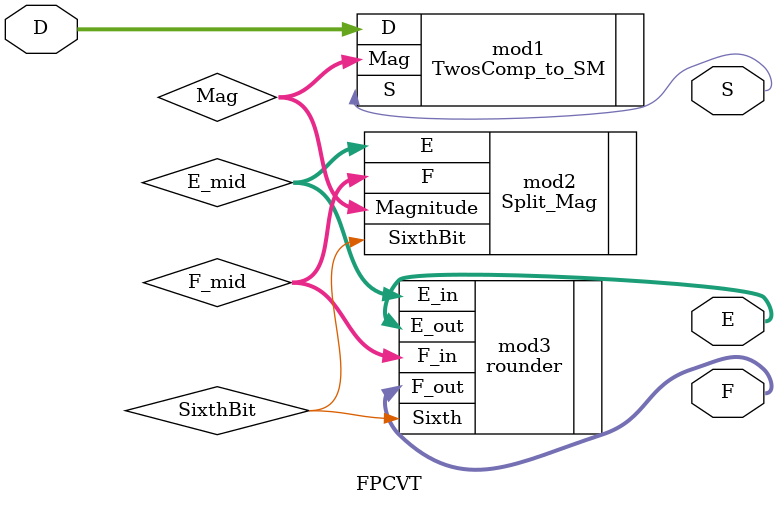
<source format=v>
`timescale 1ns / 1ps
module FPCVT(
    input [12:0] D,
    output S,
    output [2:0] E,
    output [4:0] F
    );
	 
	//define our interdependencies between modules
	wire [12:0] Mag;
	wire SixthBit;
	wire [2:0] E_mid;
	wire [4:0] F_mid;

	// Extract sign bit and magnitude
	TwosComp_to_SM mod1 (
		.D(D), 
		.S(S), 
		.Mag(Mag)
	);			 


	//split magnitude into E, F, and SixthBit
	Split_Mag mod2 (
		.Magnitude(Mag), 
		.E(E_mid), 
		.F(F_mid), 
		.SixthBit(SixthBit)
	);
	
	
	//round floating point value
	rounder mod3 (
		.E_in(E_mid), 
		.F_in(F_mid), 
		.Sixth(SixthBit), 
		.E_out(E), 
		.F_out(F)
	);


endmodule

</source>
